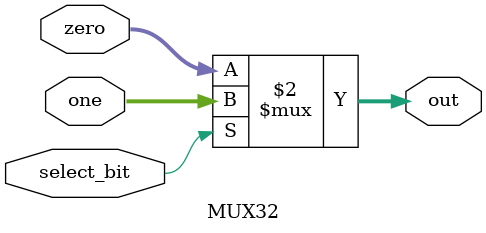
<source format=v>
module MUX32 (
    input [31:0] zero, one,
    input select_bit,
    output [31:0] out
);
    assign out = ( select_bit == 1'b0 ) ? zero : one;
endmodule
</source>
